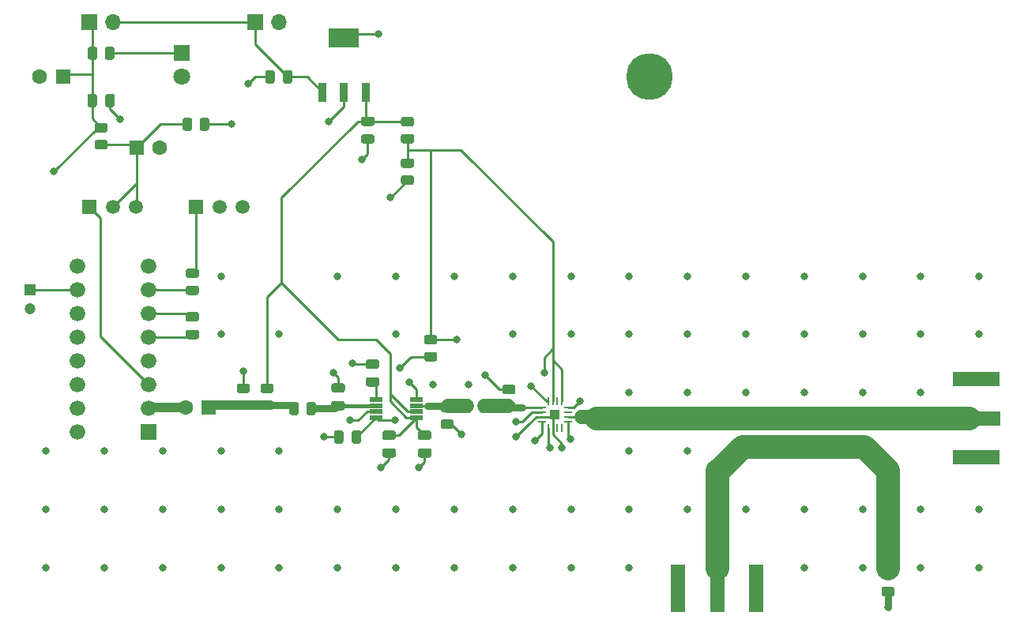
<source format=gbr>
%TF.GenerationSoftware,KiCad,Pcbnew,(5.1.8)-1*%
%TF.CreationDate,2021-03-17T23:27:18-07:00*%
%TF.ProjectId,coffee-vivaldi-tx,636f6666-6565-42d7-9669-76616c64692d,rev?*%
%TF.SameCoordinates,Original*%
%TF.FileFunction,Copper,L1,Top*%
%TF.FilePolarity,Positive*%
%FSLAX46Y46*%
G04 Gerber Fmt 4.6, Leading zero omitted, Abs format (unit mm)*
G04 Created by KiCad (PCBNEW (5.1.8)-1) date 2021-03-17 23:27:18*
%MOMM*%
%LPD*%
G01*
G04 APERTURE LIST*
%TA.AperFunction,ComponentPad*%
%ADD10C,1.676400*%
%TD*%
%TA.AperFunction,ComponentPad*%
%ADD11R,1.676400X1.676400*%
%TD*%
%TA.AperFunction,ComponentPad*%
%ADD12C,1.508000*%
%TD*%
%TA.AperFunction,ComponentPad*%
%ADD13R,1.508000X1.508000*%
%TD*%
%TA.AperFunction,SMDPad,CuDef*%
%ADD14R,1.420000X0.470000*%
%TD*%
%TA.AperFunction,SMDPad,CuDef*%
%ADD15R,1.100000X1.100000*%
%TD*%
%TA.AperFunction,SMDPad,CuDef*%
%ADD16R,0.840000X0.270000*%
%TD*%
%TA.AperFunction,SMDPad,CuDef*%
%ADD17R,0.270000X0.840000*%
%TD*%
%TA.AperFunction,ComponentPad*%
%ADD18R,1.600000X2.500000*%
%TD*%
%TA.AperFunction,SMDPad,CuDef*%
%ADD19R,1.500000X5.600000*%
%TD*%
%TA.AperFunction,ComponentPad*%
%ADD20R,2.500000X1.600000*%
%TD*%
%TA.AperFunction,SMDPad,CuDef*%
%ADD21R,5.600000X1.500000*%
%TD*%
%TA.AperFunction,ComponentPad*%
%ADD22O,1.700000X1.700000*%
%TD*%
%TA.AperFunction,ComponentPad*%
%ADD23R,1.700000X1.700000*%
%TD*%
%TA.AperFunction,ComponentPad*%
%ADD24R,1.800000X1.800000*%
%TD*%
%TA.AperFunction,ComponentPad*%
%ADD25C,1.800000*%
%TD*%
%TA.AperFunction,SMDPad,CuDef*%
%ADD26R,0.950000X2.150000*%
%TD*%
%TA.AperFunction,SMDPad,CuDef*%
%ADD27R,3.250000X2.150000*%
%TD*%
%TA.AperFunction,ComponentPad*%
%ADD28R,1.600000X1.600000*%
%TD*%
%TA.AperFunction,ComponentPad*%
%ADD29C,1.600000*%
%TD*%
%TA.AperFunction,ComponentPad*%
%ADD30R,1.200000X1.200000*%
%TD*%
%TA.AperFunction,ComponentPad*%
%ADD31C,1.200000*%
%TD*%
%TA.AperFunction,ViaPad*%
%ADD32C,0.800000*%
%TD*%
%TA.AperFunction,ViaPad*%
%ADD33C,5.000000*%
%TD*%
%TA.AperFunction,Conductor*%
%ADD34C,0.250000*%
%TD*%
%TA.AperFunction,Conductor*%
%ADD35C,0.800000*%
%TD*%
%TA.AperFunction,Conductor*%
%ADD36C,0.750000*%
%TD*%
%TA.AperFunction,Conductor*%
%ADD37C,0.400000*%
%TD*%
%TA.AperFunction,Conductor*%
%ADD38C,1.000000*%
%TD*%
%TA.AperFunction,Conductor*%
%ADD39C,1.500000*%
%TD*%
%TA.AperFunction,Conductor*%
%ADD40C,2.521590*%
%TD*%
G04 APERTURE END LIST*
%TO.P,C1,1*%
%TO.N,GND*%
%TA.AperFunction,SMDPad,CuDef*%
G36*
G01*
X140495000Y-103706000D02*
X141445000Y-103706000D01*
G75*
G02*
X141695000Y-103956000I0J-250000D01*
G01*
X141695000Y-104456000D01*
G75*
G02*
X141445000Y-104706000I-250000J0D01*
G01*
X140495000Y-104706000D01*
G75*
G02*
X140245000Y-104456000I0J250000D01*
G01*
X140245000Y-103956000D01*
G75*
G02*
X140495000Y-103706000I250000J0D01*
G01*
G37*
%TD.AperFunction*%
%TO.P,C1,2*%
%TO.N,Net-(C1-Pad2)*%
%TA.AperFunction,SMDPad,CuDef*%
G36*
G01*
X140495000Y-105606000D02*
X141445000Y-105606000D01*
G75*
G02*
X141695000Y-105856000I0J-250000D01*
G01*
X141695000Y-106356000D01*
G75*
G02*
X141445000Y-106606000I-250000J0D01*
G01*
X140495000Y-106606000D01*
G75*
G02*
X140245000Y-106356000I0J250000D01*
G01*
X140245000Y-105856000D01*
G75*
G02*
X140495000Y-105606000I250000J0D01*
G01*
G37*
%TD.AperFunction*%
%TD*%
%TO.P,C2,1*%
%TO.N,Net-(BT1-Pad2)*%
%TA.AperFunction,SMDPad,CuDef*%
G36*
G01*
X136070000Y-70391000D02*
X136070000Y-71341000D01*
G75*
G02*
X135820000Y-71591000I-250000J0D01*
G01*
X135320000Y-71591000D01*
G75*
G02*
X135070000Y-71341000I0J250000D01*
G01*
X135070000Y-70391000D01*
G75*
G02*
X135320000Y-70141000I250000J0D01*
G01*
X135820000Y-70141000D01*
G75*
G02*
X136070000Y-70391000I0J-250000D01*
G01*
G37*
%TD.AperFunction*%
%TO.P,C2,2*%
%TO.N,GND*%
%TA.AperFunction,SMDPad,CuDef*%
G36*
G01*
X134170000Y-70391000D02*
X134170000Y-71341000D01*
G75*
G02*
X133920000Y-71591000I-250000J0D01*
G01*
X133420000Y-71591000D01*
G75*
G02*
X133170000Y-71341000I0J250000D01*
G01*
X133170000Y-70391000D01*
G75*
G02*
X133420000Y-70141000I250000J0D01*
G01*
X133920000Y-70141000D01*
G75*
G02*
X134170000Y-70391000I0J-250000D01*
G01*
G37*
%TD.AperFunction*%
%TD*%
%TO.P,C3,1*%
%TO.N,5V_OUT*%
%TA.AperFunction,SMDPad,CuDef*%
G36*
G01*
X143670000Y-75131000D02*
X144620000Y-75131000D01*
G75*
G02*
X144870000Y-75381000I0J-250000D01*
G01*
X144870000Y-75881000D01*
G75*
G02*
X144620000Y-76131000I-250000J0D01*
G01*
X143670000Y-76131000D01*
G75*
G02*
X143420000Y-75881000I0J250000D01*
G01*
X143420000Y-75381000D01*
G75*
G02*
X143670000Y-75131000I250000J0D01*
G01*
G37*
%TD.AperFunction*%
%TO.P,C3,2*%
%TO.N,GND*%
%TA.AperFunction,SMDPad,CuDef*%
G36*
G01*
X143670000Y-77031000D02*
X144620000Y-77031000D01*
G75*
G02*
X144870000Y-77281000I0J-250000D01*
G01*
X144870000Y-77781000D01*
G75*
G02*
X144620000Y-78031000I-250000J0D01*
G01*
X143670000Y-78031000D01*
G75*
G02*
X143420000Y-77781000I0J250000D01*
G01*
X143420000Y-77281000D01*
G75*
G02*
X143670000Y-77031000I250000J0D01*
G01*
G37*
%TD.AperFunction*%
%TD*%
%TO.P,C4,2*%
%TO.N,Net-(C4-Pad2)*%
%TA.AperFunction,SMDPad,CuDef*%
G36*
G01*
X142436000Y-109949000D02*
X142436000Y-108999000D01*
G75*
G02*
X142686000Y-108749000I250000J0D01*
G01*
X143186000Y-108749000D01*
G75*
G02*
X143436000Y-108999000I0J-250000D01*
G01*
X143436000Y-109949000D01*
G75*
G02*
X143186000Y-110199000I-250000J0D01*
G01*
X142686000Y-110199000D01*
G75*
G02*
X142436000Y-109949000I0J250000D01*
G01*
G37*
%TD.AperFunction*%
%TO.P,C4,1*%
%TO.N,GND*%
%TA.AperFunction,SMDPad,CuDef*%
G36*
G01*
X140536000Y-109949000D02*
X140536000Y-108999000D01*
G75*
G02*
X140786000Y-108749000I250000J0D01*
G01*
X141286000Y-108749000D01*
G75*
G02*
X141536000Y-108999000I0J-250000D01*
G01*
X141536000Y-109949000D01*
G75*
G02*
X141286000Y-110199000I-250000J0D01*
G01*
X140786000Y-110199000D01*
G75*
G02*
X140536000Y-109949000I0J250000D01*
G01*
G37*
%TD.AperFunction*%
%TD*%
%TO.P,C6,2*%
%TO.N,GND*%
%TA.AperFunction,SMDPad,CuDef*%
G36*
G01*
X145128000Y-102166000D02*
X144178000Y-102166000D01*
G75*
G02*
X143928000Y-101916000I0J250000D01*
G01*
X143928000Y-101416000D01*
G75*
G02*
X144178000Y-101166000I250000J0D01*
G01*
X145128000Y-101166000D01*
G75*
G02*
X145378000Y-101416000I0J-250000D01*
G01*
X145378000Y-101916000D01*
G75*
G02*
X145128000Y-102166000I-250000J0D01*
G01*
G37*
%TD.AperFunction*%
%TO.P,C6,1*%
%TO.N,Net-(C6-Pad1)*%
%TA.AperFunction,SMDPad,CuDef*%
G36*
G01*
X145128000Y-104066000D02*
X144178000Y-104066000D01*
G75*
G02*
X143928000Y-103816000I0J250000D01*
G01*
X143928000Y-103316000D01*
G75*
G02*
X144178000Y-103066000I250000J0D01*
G01*
X145128000Y-103066000D01*
G75*
G02*
X145378000Y-103316000I0J-250000D01*
G01*
X145378000Y-103816000D01*
G75*
G02*
X145128000Y-104066000I-250000J0D01*
G01*
G37*
%TD.AperFunction*%
%TD*%
%TO.P,C9,1*%
%TO.N,Net-(C9-Pad1)*%
%TA.AperFunction,SMDPad,CuDef*%
G36*
G01*
X124874000Y-96086000D02*
X125824000Y-96086000D01*
G75*
G02*
X126074000Y-96336000I0J-250000D01*
G01*
X126074000Y-96836000D01*
G75*
G02*
X125824000Y-97086000I-250000J0D01*
G01*
X124874000Y-97086000D01*
G75*
G02*
X124624000Y-96836000I0J250000D01*
G01*
X124624000Y-96336000D01*
G75*
G02*
X124874000Y-96086000I250000J0D01*
G01*
G37*
%TD.AperFunction*%
%TO.P,C9,2*%
%TO.N,Net-(C9-Pad2)*%
%TA.AperFunction,SMDPad,CuDef*%
G36*
G01*
X124874000Y-97986000D02*
X125824000Y-97986000D01*
G75*
G02*
X126074000Y-98236000I0J-250000D01*
G01*
X126074000Y-98736000D01*
G75*
G02*
X125824000Y-98986000I-250000J0D01*
G01*
X124874000Y-98986000D01*
G75*
G02*
X124624000Y-98736000I0J250000D01*
G01*
X124624000Y-98236000D01*
G75*
G02*
X124874000Y-97986000I250000J0D01*
G01*
G37*
%TD.AperFunction*%
%TD*%
%TO.P,C10,2*%
%TO.N,12V_OUT*%
%TA.AperFunction,SMDPad,CuDef*%
G36*
G01*
X115120000Y-72931000D02*
X115120000Y-73881000D01*
G75*
G02*
X114870000Y-74131000I-250000J0D01*
G01*
X114370000Y-74131000D01*
G75*
G02*
X114120000Y-73881000I0J250000D01*
G01*
X114120000Y-72931000D01*
G75*
G02*
X114370000Y-72681000I250000J0D01*
G01*
X114870000Y-72681000D01*
G75*
G02*
X115120000Y-72931000I0J-250000D01*
G01*
G37*
%TD.AperFunction*%
%TO.P,C10,1*%
%TO.N,GND*%
%TA.AperFunction,SMDPad,CuDef*%
G36*
G01*
X117020000Y-72931000D02*
X117020000Y-73881000D01*
G75*
G02*
X116770000Y-74131000I-250000J0D01*
G01*
X116270000Y-74131000D01*
G75*
G02*
X116020000Y-73881000I0J250000D01*
G01*
X116020000Y-72931000D01*
G75*
G02*
X116270000Y-72681000I250000J0D01*
G01*
X116770000Y-72681000D01*
G75*
G02*
X117020000Y-72931000I0J-250000D01*
G01*
G37*
%TD.AperFunction*%
%TD*%
%TO.P,C11,1*%
%TO.N,GND*%
%TA.AperFunction,SMDPad,CuDef*%
G36*
G01*
X150716000Y-111686000D02*
X149766000Y-111686000D01*
G75*
G02*
X149516000Y-111436000I0J250000D01*
G01*
X149516000Y-110936000D01*
G75*
G02*
X149766000Y-110686000I250000J0D01*
G01*
X150716000Y-110686000D01*
G75*
G02*
X150966000Y-110936000I0J-250000D01*
G01*
X150966000Y-111436000D01*
G75*
G02*
X150716000Y-111686000I-250000J0D01*
G01*
G37*
%TD.AperFunction*%
%TO.P,C11,2*%
%TO.N,5V_OUT*%
%TA.AperFunction,SMDPad,CuDef*%
G36*
G01*
X150716000Y-109786000D02*
X149766000Y-109786000D01*
G75*
G02*
X149516000Y-109536000I0J250000D01*
G01*
X149516000Y-109036000D01*
G75*
G02*
X149766000Y-108786000I250000J0D01*
G01*
X150716000Y-108786000D01*
G75*
G02*
X150966000Y-109036000I0J-250000D01*
G01*
X150966000Y-109536000D01*
G75*
G02*
X150716000Y-109786000I-250000J0D01*
G01*
G37*
%TD.AperFunction*%
%TD*%
%TO.P,C12,2*%
%TO.N,5V_OUT*%
%TA.AperFunction,SMDPad,CuDef*%
G36*
G01*
X146906000Y-109786000D02*
X145956000Y-109786000D01*
G75*
G02*
X145706000Y-109536000I0J250000D01*
G01*
X145706000Y-109036000D01*
G75*
G02*
X145956000Y-108786000I250000J0D01*
G01*
X146906000Y-108786000D01*
G75*
G02*
X147156000Y-109036000I0J-250000D01*
G01*
X147156000Y-109536000D01*
G75*
G02*
X146906000Y-109786000I-250000J0D01*
G01*
G37*
%TD.AperFunction*%
%TO.P,C12,1*%
%TO.N,GND*%
%TA.AperFunction,SMDPad,CuDef*%
G36*
G01*
X146906000Y-111686000D02*
X145956000Y-111686000D01*
G75*
G02*
X145706000Y-111436000I0J250000D01*
G01*
X145706000Y-110936000D01*
G75*
G02*
X145956000Y-110686000I250000J0D01*
G01*
X146906000Y-110686000D01*
G75*
G02*
X147156000Y-110936000I0J-250000D01*
G01*
X147156000Y-111436000D01*
G75*
G02*
X146906000Y-111686000I-250000J0D01*
G01*
G37*
%TD.AperFunction*%
%TD*%
D10*
%TO.P,G1,16*%
%TO.N,Net-(G1-Pad16)*%
X113030000Y-108966000D03*
%TO.P,G1,15*%
%TO.N,Net-(G1-Pad15)*%
X113030000Y-106426000D03*
%TO.P,G1,14*%
%TO.N,Net-(G1-Pad14)*%
X113030000Y-103886000D03*
%TO.P,G1,13*%
%TO.N,Net-(G1-Pad13)*%
X113030000Y-101346000D03*
%TO.P,G1,12*%
%TO.N,GND*%
X113030000Y-98806000D03*
%TO.P,G1,11*%
%TO.N,Net-(G1-Pad11)*%
X113030000Y-96266000D03*
%TO.P,G1,10*%
%TO.N,Net-(C13-Pad1)*%
X113030000Y-93726000D03*
%TO.P,G1,9*%
%TO.N,Net-(G1-Pad9)*%
X113030000Y-91186000D03*
%TO.P,G1,8*%
%TO.N,Net-(G1-Pad8)*%
X120650000Y-91186000D03*
%TO.P,G1,7*%
%TO.N,Net-(G1-Pad7)*%
X120650000Y-93726000D03*
%TO.P,G1,6*%
%TO.N,Net-(C9-Pad1)*%
X120650000Y-96266000D03*
%TO.P,G1,5*%
%TO.N,Net-(C9-Pad2)*%
X120650000Y-98806000D03*
%TO.P,G1,4*%
%TO.N,12V_OUT*%
X120650000Y-101346000D03*
%TO.P,G1,3*%
%TO.N,Net-(G1-Pad3)*%
X120650000Y-103886000D03*
%TO.P,G1,2*%
%TO.N,Net-(C7-Pad2)*%
X120650000Y-106426000D03*
D11*
%TO.P,G1,1*%
%TO.N,GND*%
X120650000Y-108966000D03*
%TD*%
%TO.P,R1,1*%
%TO.N,12V_OUT*%
%TA.AperFunction,SMDPad,CuDef*%
G36*
G01*
X114145000Y-68776002D02*
X114145000Y-67875998D01*
G75*
G02*
X114394998Y-67626000I249998J0D01*
G01*
X114920002Y-67626000D01*
G75*
G02*
X115170000Y-67875998I0J-249998D01*
G01*
X115170000Y-68776002D01*
G75*
G02*
X114920002Y-69026000I-249998J0D01*
G01*
X114394998Y-69026000D01*
G75*
G02*
X114145000Y-68776002I0J249998D01*
G01*
G37*
%TD.AperFunction*%
%TO.P,R1,2*%
%TO.N,Net-(D1-Pad1)*%
%TA.AperFunction,SMDPad,CuDef*%
G36*
G01*
X115970000Y-68776002D02*
X115970000Y-67875998D01*
G75*
G02*
X116219998Y-67626000I249998J0D01*
G01*
X116745002Y-67626000D01*
G75*
G02*
X116995000Y-67875998I0J-249998D01*
G01*
X116995000Y-68776002D01*
G75*
G02*
X116745002Y-69026000I-249998J0D01*
G01*
X116219998Y-69026000D01*
G75*
G02*
X115970000Y-68776002I0J249998D01*
G01*
G37*
%TD.AperFunction*%
%TD*%
%TO.P,R3,1*%
%TO.N,RAMP_SIGNAL*%
%TA.AperFunction,SMDPad,CuDef*%
G36*
G01*
X135735000Y-106876002D02*
X135735000Y-105975998D01*
G75*
G02*
X135984998Y-105726000I249998J0D01*
G01*
X136510002Y-105726000D01*
G75*
G02*
X136760000Y-105975998I0J-249998D01*
G01*
X136760000Y-106876002D01*
G75*
G02*
X136510002Y-107126000I-249998J0D01*
G01*
X135984998Y-107126000D01*
G75*
G02*
X135735000Y-106876002I0J249998D01*
G01*
G37*
%TD.AperFunction*%
%TO.P,R3,2*%
%TO.N,Net-(C1-Pad2)*%
%TA.AperFunction,SMDPad,CuDef*%
G36*
G01*
X137560000Y-106876002D02*
X137560000Y-105975998D01*
G75*
G02*
X137809998Y-105726000I249998J0D01*
G01*
X138335002Y-105726000D01*
G75*
G02*
X138585000Y-105975998I0J-249998D01*
G01*
X138585000Y-106876002D01*
G75*
G02*
X138335002Y-107126000I-249998J0D01*
G01*
X137809998Y-107126000D01*
G75*
G02*
X137560000Y-106876002I0J249998D01*
G01*
G37*
%TD.AperFunction*%
%TD*%
%TO.P,R4,2*%
%TO.N,Net-(C4-Pad2)*%
%TA.AperFunction,SMDPad,CuDef*%
G36*
G01*
X150436915Y-100354458D02*
X151336919Y-100354458D01*
G75*
G02*
X151586917Y-100604456I0J-249998D01*
G01*
X151586917Y-101129460D01*
G75*
G02*
X151336919Y-101379458I-249998J0D01*
G01*
X150436915Y-101379458D01*
G75*
G02*
X150186917Y-101129460I0J249998D01*
G01*
X150186917Y-100604456D01*
G75*
G02*
X150436915Y-100354458I249998J0D01*
G01*
G37*
%TD.AperFunction*%
%TO.P,R4,1*%
%TO.N,3.6V_OUT*%
%TA.AperFunction,SMDPad,CuDef*%
G36*
G01*
X150436915Y-98529458D02*
X151336919Y-98529458D01*
G75*
G02*
X151586917Y-98779456I0J-249998D01*
G01*
X151586917Y-99304460D01*
G75*
G02*
X151336919Y-99554458I-249998J0D01*
G01*
X150436915Y-99554458D01*
G75*
G02*
X150186917Y-99304460I0J249998D01*
G01*
X150186917Y-98779456D01*
G75*
G02*
X150436915Y-98529458I249998J0D01*
G01*
G37*
%TD.AperFunction*%
%TD*%
%TO.P,R5,1*%
%TO.N,3.6V_OUT*%
%TA.AperFunction,SMDPad,CuDef*%
G36*
G01*
X148847526Y-78006000D02*
X147947522Y-78006000D01*
G75*
G02*
X147697524Y-77756002I0J249998D01*
G01*
X147697524Y-77230998D01*
G75*
G02*
X147947522Y-76981000I249998J0D01*
G01*
X148847526Y-76981000D01*
G75*
G02*
X149097524Y-77230998I0J-249998D01*
G01*
X149097524Y-77756002D01*
G75*
G02*
X148847526Y-78006000I-249998J0D01*
G01*
G37*
%TD.AperFunction*%
%TO.P,R5,2*%
%TO.N,5V_OUT*%
%TA.AperFunction,SMDPad,CuDef*%
G36*
G01*
X148847526Y-76181000D02*
X147947522Y-76181000D01*
G75*
G02*
X147697524Y-75931002I0J249998D01*
G01*
X147697524Y-75405998D01*
G75*
G02*
X147947522Y-75156000I249998J0D01*
G01*
X148847526Y-75156000D01*
G75*
G02*
X149097524Y-75405998I0J-249998D01*
G01*
X149097524Y-75931002D01*
G75*
G02*
X148847526Y-76181000I-249998J0D01*
G01*
G37*
%TD.AperFunction*%
%TD*%
%TO.P,R6,1*%
%TO.N,GND*%
%TA.AperFunction,SMDPad,CuDef*%
G36*
G01*
X148847526Y-82451000D02*
X147947522Y-82451000D01*
G75*
G02*
X147697524Y-82201002I0J249998D01*
G01*
X147697524Y-81675998D01*
G75*
G02*
X147947522Y-81426000I249998J0D01*
G01*
X148847526Y-81426000D01*
G75*
G02*
X149097524Y-81675998I0J-249998D01*
G01*
X149097524Y-82201002D01*
G75*
G02*
X148847526Y-82451000I-249998J0D01*
G01*
G37*
%TD.AperFunction*%
%TO.P,R6,2*%
%TO.N,3.6V_OUT*%
%TA.AperFunction,SMDPad,CuDef*%
G36*
G01*
X148847526Y-80626000D02*
X147947522Y-80626000D01*
G75*
G02*
X147697524Y-80376002I0J249998D01*
G01*
X147697524Y-79850998D01*
G75*
G02*
X147947522Y-79601000I249998J0D01*
G01*
X148847526Y-79601000D01*
G75*
G02*
X149097524Y-79850998I0J-249998D01*
G01*
X149097524Y-80376002D01*
G75*
G02*
X148847526Y-80626000I-249998J0D01*
G01*
G37*
%TD.AperFunction*%
%TD*%
%TO.P,R7,2*%
%TO.N,12V_OUT*%
%TA.AperFunction,SMDPad,CuDef*%
G36*
G01*
X116020002Y-76816000D02*
X115119998Y-76816000D01*
G75*
G02*
X114870000Y-76566002I0J249998D01*
G01*
X114870000Y-76040998D01*
G75*
G02*
X115119998Y-75791000I249998J0D01*
G01*
X116020002Y-75791000D01*
G75*
G02*
X116270000Y-76040998I0J-249998D01*
G01*
X116270000Y-76566002D01*
G75*
G02*
X116020002Y-76816000I-249998J0D01*
G01*
G37*
%TD.AperFunction*%
%TO.P,R7,1*%
%TO.N,Net-(C5-Pad1)*%
%TA.AperFunction,SMDPad,CuDef*%
G36*
G01*
X116020002Y-78641000D02*
X115119998Y-78641000D01*
G75*
G02*
X114870000Y-78391002I0J249998D01*
G01*
X114870000Y-77865998D01*
G75*
G02*
X115119998Y-77616000I249998J0D01*
G01*
X116020002Y-77616000D01*
G75*
G02*
X116270000Y-77865998I0J-249998D01*
G01*
X116270000Y-78391002D01*
G75*
G02*
X116020002Y-78641000I-249998J0D01*
G01*
G37*
%TD.AperFunction*%
%TD*%
%TO.P,R9,1*%
%TO.N,GND*%
%TA.AperFunction,SMDPad,CuDef*%
G36*
G01*
X127155000Y-75495998D02*
X127155000Y-76396002D01*
G75*
G02*
X126905002Y-76646000I-249998J0D01*
G01*
X126379998Y-76646000D01*
G75*
G02*
X126130000Y-76396002I0J249998D01*
G01*
X126130000Y-75495998D01*
G75*
G02*
X126379998Y-75246000I249998J0D01*
G01*
X126905002Y-75246000D01*
G75*
G02*
X127155000Y-75495998I0J-249998D01*
G01*
G37*
%TD.AperFunction*%
%TO.P,R9,2*%
%TO.N,Net-(C5-Pad1)*%
%TA.AperFunction,SMDPad,CuDef*%
G36*
G01*
X125330000Y-75495998D02*
X125330000Y-76396002D01*
G75*
G02*
X125080002Y-76646000I-249998J0D01*
G01*
X124554998Y-76646000D01*
G75*
G02*
X124305000Y-76396002I0J249998D01*
G01*
X124305000Y-75495998D01*
G75*
G02*
X124554998Y-75246000I249998J0D01*
G01*
X125080002Y-75246000D01*
G75*
G02*
X125330000Y-75495998I0J-249998D01*
G01*
G37*
%TD.AperFunction*%
%TD*%
%TO.P,R10,2*%
%TO.N,GND*%
%TA.AperFunction,SMDPad,CuDef*%
G36*
G01*
X131260002Y-104756000D02*
X130359998Y-104756000D01*
G75*
G02*
X130110000Y-104506002I0J249998D01*
G01*
X130110000Y-103980998D01*
G75*
G02*
X130359998Y-103731000I249998J0D01*
G01*
X131260002Y-103731000D01*
G75*
G02*
X131510000Y-103980998I0J-249998D01*
G01*
X131510000Y-104506002D01*
G75*
G02*
X131260002Y-104756000I-249998J0D01*
G01*
G37*
%TD.AperFunction*%
%TO.P,R10,1*%
%TO.N,RAMP_SIGNAL*%
%TA.AperFunction,SMDPad,CuDef*%
G36*
G01*
X131260002Y-106581000D02*
X130359998Y-106581000D01*
G75*
G02*
X130110000Y-106331002I0J249998D01*
G01*
X130110000Y-105805998D01*
G75*
G02*
X130359998Y-105556000I249998J0D01*
G01*
X131260002Y-105556000D01*
G75*
G02*
X131510000Y-105805998I0J-249998D01*
G01*
X131510000Y-106331002D01*
G75*
G02*
X131260002Y-106581000I-249998J0D01*
G01*
G37*
%TD.AperFunction*%
%TD*%
%TO.P,R11,1*%
%TO.N,5V_OUT*%
%TA.AperFunction,SMDPad,CuDef*%
G36*
G01*
X132899998Y-103731000D02*
X133800002Y-103731000D01*
G75*
G02*
X134050000Y-103980998I0J-249998D01*
G01*
X134050000Y-104506002D01*
G75*
G02*
X133800002Y-104756000I-249998J0D01*
G01*
X132899998Y-104756000D01*
G75*
G02*
X132650000Y-104506002I0J249998D01*
G01*
X132650000Y-103980998D01*
G75*
G02*
X132899998Y-103731000I249998J0D01*
G01*
G37*
%TD.AperFunction*%
%TO.P,R11,2*%
%TO.N,RAMP_SIGNAL*%
%TA.AperFunction,SMDPad,CuDef*%
G36*
G01*
X132899998Y-105556000D02*
X133800002Y-105556000D01*
G75*
G02*
X134050000Y-105805998I0J-249998D01*
G01*
X134050000Y-106331002D01*
G75*
G02*
X133800002Y-106581000I-249998J0D01*
G01*
X132899998Y-106581000D01*
G75*
G02*
X132650000Y-106331002I0J249998D01*
G01*
X132650000Y-105805998D01*
G75*
G02*
X132899998Y-105556000I249998J0D01*
G01*
G37*
%TD.AperFunction*%
%TD*%
%TO.P,R12,1*%
%TO.N,Net-(R12-Pad1)*%
%TA.AperFunction,SMDPad,CuDef*%
G36*
G01*
X152203998Y-105763000D02*
X153104002Y-105763000D01*
G75*
G02*
X153354000Y-106012998I0J-249998D01*
G01*
X153354000Y-106538002D01*
G75*
G02*
X153104002Y-106788000I-249998J0D01*
G01*
X152203998Y-106788000D01*
G75*
G02*
X151954000Y-106538002I0J249998D01*
G01*
X151954000Y-106012998D01*
G75*
G02*
X152203998Y-105763000I249998J0D01*
G01*
G37*
%TD.AperFunction*%
%TO.P,R12,2*%
%TO.N,GND*%
%TA.AperFunction,SMDPad,CuDef*%
G36*
G01*
X152203998Y-107588000D02*
X153104002Y-107588000D01*
G75*
G02*
X153354000Y-107837998I0J-249998D01*
G01*
X153354000Y-108363002D01*
G75*
G02*
X153104002Y-108613000I-249998J0D01*
G01*
X152203998Y-108613000D01*
G75*
G02*
X151954000Y-108363002I0J249998D01*
G01*
X151954000Y-107837998D01*
G75*
G02*
X152203998Y-107588000I249998J0D01*
G01*
G37*
%TD.AperFunction*%
%TD*%
%TO.P,R13,2*%
%TO.N,Net-(R12-Pad1)*%
%TA.AperFunction,SMDPad,CuDef*%
G36*
G01*
X155302000Y-105721998D02*
X155302000Y-106622002D01*
G75*
G02*
X155052002Y-106872000I-249998J0D01*
G01*
X154526998Y-106872000D01*
G75*
G02*
X154277000Y-106622002I0J249998D01*
G01*
X154277000Y-105721998D01*
G75*
G02*
X154526998Y-105472000I249998J0D01*
G01*
X155052002Y-105472000D01*
G75*
G02*
X155302000Y-105721998I0J-249998D01*
G01*
G37*
%TD.AperFunction*%
%TO.P,R13,1*%
%TO.N,Net-(R13-Pad1)*%
%TA.AperFunction,SMDPad,CuDef*%
G36*
G01*
X157127000Y-105721998D02*
X157127000Y-106622002D01*
G75*
G02*
X156877002Y-106872000I-249998J0D01*
G01*
X156351998Y-106872000D01*
G75*
G02*
X156102000Y-106622002I0J249998D01*
G01*
X156102000Y-105721998D01*
G75*
G02*
X156351998Y-105472000I249998J0D01*
G01*
X156877002Y-105472000D01*
G75*
G02*
X157127000Y-105721998I0J-249998D01*
G01*
G37*
%TD.AperFunction*%
%TD*%
%TO.P,R14,2*%
%TO.N,Net-(R14-Pad2)*%
%TA.AperFunction,SMDPad,CuDef*%
G36*
G01*
X125799002Y-92437000D02*
X124898998Y-92437000D01*
G75*
G02*
X124649000Y-92187002I0J249998D01*
G01*
X124649000Y-91661998D01*
G75*
G02*
X124898998Y-91412000I249998J0D01*
G01*
X125799002Y-91412000D01*
G75*
G02*
X126049000Y-91661998I0J-249998D01*
G01*
X126049000Y-92187002D01*
G75*
G02*
X125799002Y-92437000I-249998J0D01*
G01*
G37*
%TD.AperFunction*%
%TO.P,R14,1*%
%TO.N,Net-(G1-Pad7)*%
%TA.AperFunction,SMDPad,CuDef*%
G36*
G01*
X125799002Y-94262000D02*
X124898998Y-94262000D01*
G75*
G02*
X124649000Y-94012002I0J249998D01*
G01*
X124649000Y-93486998D01*
G75*
G02*
X124898998Y-93237000I249998J0D01*
G01*
X125799002Y-93237000D01*
G75*
G02*
X126049000Y-93486998I0J-249998D01*
G01*
X126049000Y-94012002D01*
G75*
G02*
X125799002Y-94262000I-249998J0D01*
G01*
G37*
%TD.AperFunction*%
%TD*%
%TO.P,R15,2*%
%TO.N,GND*%
%TA.AperFunction,SMDPad,CuDef*%
G36*
G01*
X159708002Y-104883000D02*
X158807998Y-104883000D01*
G75*
G02*
X158558000Y-104633002I0J249998D01*
G01*
X158558000Y-104107998D01*
G75*
G02*
X158807998Y-103858000I249998J0D01*
G01*
X159708002Y-103858000D01*
G75*
G02*
X159958000Y-104107998I0J-249998D01*
G01*
X159958000Y-104633002D01*
G75*
G02*
X159708002Y-104883000I-249998J0D01*
G01*
G37*
%TD.AperFunction*%
%TO.P,R15,1*%
%TO.N,Net-(R13-Pad1)*%
%TA.AperFunction,SMDPad,CuDef*%
G36*
G01*
X159708002Y-106708000D02*
X158807998Y-106708000D01*
G75*
G02*
X158558000Y-106458002I0J249998D01*
G01*
X158558000Y-105932998D01*
G75*
G02*
X158807998Y-105683000I249998J0D01*
G01*
X159708002Y-105683000D01*
G75*
G02*
X159958000Y-105932998I0J-249998D01*
G01*
X159958000Y-106458002D01*
G75*
G02*
X159708002Y-106708000I-249998J0D01*
G01*
G37*
%TD.AperFunction*%
%TD*%
D12*
%TO.P,RV2,3*%
%TO.N,Net-(C5-Pad1)*%
X119340000Y-84836000D03*
%TO.P,RV2,2*%
X116840000Y-84836000D03*
D13*
%TO.P,RV2,1*%
%TO.N,Net-(G1-Pad3)*%
X114340000Y-84836000D03*
%TD*%
%TO.P,RV3,1*%
%TO.N,Net-(R14-Pad2)*%
X125770000Y-84836000D03*
D12*
%TO.P,RV3,2*%
%TO.N,GND*%
X128270000Y-84836000D03*
%TO.P,RV3,3*%
X130770000Y-84836000D03*
%TD*%
D14*
%TO.P,U1,8*%
%TO.N,GND*%
X149358000Y-105451000D03*
%TO.P,U1,7*%
%TO.N,Net-(R12-Pad1)*%
X149358000Y-106101000D03*
%TO.P,U1,6*%
%TO.N,5V_OUT*%
X149358000Y-106751000D03*
%TO.P,U1,5*%
X149358000Y-107401000D03*
%TO.P,U1,4*%
%TO.N,Net-(C4-Pad2)*%
X145028000Y-107401000D03*
%TO.P,U1,3*%
%TO.N,GND*%
X145028000Y-106751000D03*
%TO.P,U1,2*%
%TO.N,Net-(C1-Pad2)*%
X145028000Y-106101000D03*
%TO.P,U1,1*%
%TO.N,Net-(C6-Pad1)*%
X145028000Y-105451000D03*
%TD*%
D15*
%TO.P,U2,17*%
%TO.N,GND*%
X164211000Y-107061000D03*
D16*
%TO.P,U2,12*%
X165646000Y-106311000D03*
%TO.P,U2,11*%
%TO.N,Net-(U2-Pad11)*%
X165646000Y-106811000D03*
%TO.P,U2,10*%
%TO.N,RF_OUT1*%
X165646000Y-107311000D03*
%TO.P,U2,9*%
%TO.N,GND*%
X165646000Y-107811000D03*
%TO.P,U2,4*%
%TO.N,3.6V_OUT*%
X162776000Y-107811000D03*
%TO.P,U2,3*%
%TO.N,GND*%
X162776000Y-107311000D03*
%TO.P,U2,2*%
%TO.N,3.6V_OUT*%
X162776000Y-106811000D03*
%TO.P,U2,1*%
%TO.N,Net-(R13-Pad1)*%
X162776000Y-106311000D03*
D17*
%TO.P,U2,16*%
%TO.N,GND*%
X163461000Y-105626000D03*
%TO.P,U2,15*%
%TO.N,3.6V_OUT*%
X163961000Y-105626000D03*
%TO.P,U2,14*%
%TO.N,Net-(U2-Pad14)*%
X164461000Y-105626000D03*
%TO.P,U2,13*%
%TO.N,3.6V_OUT*%
X164961000Y-105626000D03*
%TO.P,U2,8*%
%TO.N,Net-(U2-Pad8)*%
X164961000Y-108496000D03*
%TO.P,U2,7*%
%TO.N,Net-(U2-Pad7)*%
X164461000Y-108496000D03*
%TO.P,U2,6*%
%TO.N,GND*%
X163961000Y-108496000D03*
%TO.P,U2,5*%
X163461000Y-108496000D03*
%TD*%
D18*
%TO.P,U3,3*%
%TO.N,GND*%
X185783864Y-124443194D03*
X185783864Y-126943194D03*
%TO.P,U3,1*%
X177383864Y-124443194D03*
D19*
%TO.P,U3,2*%
%TO.N,COUPLER_SIGNAL*%
X181583864Y-125443194D03*
D18*
%TO.P,U3,1*%
%TO.N,GND*%
X177383864Y-126943194D03*
%TD*%
D20*
%TO.P,U4,1*%
%TO.N,GND*%
X210599118Y-111681376D03*
D21*
%TO.P,U4,2*%
%TO.N,RF_OUT1*%
X209099118Y-107481376D03*
D20*
%TO.P,U4,1*%
%TO.N,GND*%
X208099118Y-111681376D03*
%TO.P,U4,3*%
X210599118Y-103281376D03*
X208099118Y-103281376D03*
%TD*%
D22*
%TO.P,BT1,2*%
%TO.N,Net-(BT1-Pad2)*%
X116840000Y-65024000D03*
D23*
%TO.P,BT1,1*%
%TO.N,12V_OUT*%
X114300000Y-65024000D03*
%TD*%
%TO.P,BT2,1*%
%TO.N,Net-(BT1-Pad2)*%
X132080000Y-65024000D03*
D22*
%TO.P,BT2,2*%
%TO.N,GND*%
X134620000Y-65024000D03*
%TD*%
D24*
%TO.P,D1,1*%
%TO.N,Net-(D1-Pad1)*%
X124206000Y-68326000D03*
D25*
%TO.P,D1,2*%
%TO.N,GND*%
X124206000Y-70866000D03*
%TD*%
D26*
%TO.P,VR1,1*%
%TO.N,Net-(BT1-Pad2)*%
X139305000Y-72496000D03*
%TO.P,VR1,2*%
%TO.N,GND*%
X141605000Y-72496000D03*
%TO.P,VR1,3*%
%TO.N,5V_OUT*%
X143905000Y-72496000D03*
D27*
%TO.P,VR1,4*%
%TO.N,GND*%
X141605000Y-66696000D03*
%TD*%
D28*
%TO.P,C5,1*%
%TO.N,Net-(C5-Pad1)*%
X119380000Y-78486000D03*
D29*
%TO.P,C5,2*%
%TO.N,GND*%
X121880000Y-78486000D03*
%TD*%
%TO.P,C7,2*%
%TO.N,Net-(C7-Pad2)*%
X124627000Y-106299000D03*
D28*
%TO.P,C7,1*%
%TO.N,RAMP_SIGNAL*%
X127127000Y-106299000D03*
%TD*%
%TO.P,C8,1*%
%TO.N,12V_OUT*%
X111506000Y-70866000D03*
D29*
%TO.P,C8,2*%
%TO.N,GND*%
X109006000Y-70866000D03*
%TD*%
D30*
%TO.P,C13,1*%
%TO.N,Net-(C13-Pad1)*%
X107950000Y-93726000D03*
D31*
%TO.P,C13,2*%
%TO.N,GND*%
X107950000Y-95726000D03*
%TD*%
%TO.P,R16,1*%
%TO.N,COUPLER_SIGNAL*%
%TA.AperFunction,SMDPad,CuDef*%
G36*
G01*
X199438014Y-123705151D02*
X200338018Y-123705151D01*
G75*
G02*
X200588016Y-123955149I0J-249998D01*
G01*
X200588016Y-124480153D01*
G75*
G02*
X200338018Y-124730151I-249998J0D01*
G01*
X199438014Y-124730151D01*
G75*
G02*
X199188016Y-124480153I0J249998D01*
G01*
X199188016Y-123955149D01*
G75*
G02*
X199438014Y-123705151I249998J0D01*
G01*
G37*
%TD.AperFunction*%
%TO.P,R16,2*%
%TO.N,GND*%
%TA.AperFunction,SMDPad,CuDef*%
G36*
G01*
X199438014Y-125530151D02*
X200338018Y-125530151D01*
G75*
G02*
X200588016Y-125780149I0J-249998D01*
G01*
X200588016Y-126305153D01*
G75*
G02*
X200338018Y-126555151I-249998J0D01*
G01*
X199438014Y-126555151D01*
G75*
G02*
X199188016Y-126305153I0J249998D01*
G01*
X199188016Y-125780149D01*
G75*
G02*
X199438014Y-125530151I249998J0D01*
G01*
G37*
%TD.AperFunction*%
%TD*%
D32*
%TO.N,GND*%
X145288000Y-66294000D03*
X140462000Y-102616000D03*
X142494000Y-101600000D03*
X139446000Y-109474000D03*
X145542000Y-112776000D03*
X149606000Y-112776000D03*
X161671000Y-104013000D03*
X154178000Y-109220000D03*
X160020000Y-109474000D03*
X163703000Y-110617000D03*
X164973000Y-110617000D03*
X165862000Y-109728000D03*
X166878000Y-105664000D03*
X143510000Y-79756000D03*
X139954000Y-75692000D03*
X131318000Y-71628000D03*
X148590000Y-103632000D03*
X129540000Y-75946000D03*
X130810000Y-102384864D03*
D33*
X174360000Y-70866000D03*
D32*
X154940000Y-103886000D03*
X151130000Y-103886000D03*
X142240000Y-107696000D03*
X172160000Y-104726000D03*
X178410000Y-104726000D03*
X184660000Y-104726000D03*
X190910000Y-104726000D03*
X197160000Y-104726000D03*
X203410000Y-104726000D03*
X197160000Y-98476000D03*
X203410000Y-98476000D03*
X190910000Y-98476000D03*
X184660000Y-98476000D03*
X178410000Y-98476000D03*
X172160000Y-98476000D03*
X165910000Y-98476000D03*
X165910000Y-92226000D03*
X172160000Y-92226000D03*
X178410000Y-92226000D03*
X184660000Y-92226000D03*
X190910000Y-92226000D03*
X197160000Y-92226000D03*
X203410000Y-92226000D03*
X209660000Y-92226000D03*
X209660000Y-98476000D03*
X203410000Y-117226000D03*
X209660000Y-117226000D03*
X209660000Y-123476000D03*
X203410000Y-123476000D03*
X197160000Y-117226000D03*
X190910000Y-117226000D03*
X197160000Y-123476000D03*
X190910000Y-123476000D03*
X184660000Y-117226000D03*
X178410000Y-110976000D03*
X178410000Y-117226000D03*
X172160000Y-117226000D03*
X172160000Y-110976000D03*
X165910000Y-117226000D03*
X172160000Y-123476000D03*
X165910000Y-123476000D03*
X153410000Y-92226000D03*
X159660000Y-92226000D03*
X159660000Y-98476000D03*
X140910000Y-92226000D03*
X147160000Y-92226000D03*
X147160000Y-98476000D03*
X159660000Y-117226000D03*
X159660000Y-123476000D03*
X153410000Y-123476000D03*
X153410000Y-117226000D03*
X147160000Y-117226000D03*
X147160000Y-123476000D03*
X140910000Y-123476000D03*
X140910000Y-117226000D03*
X134660000Y-117226000D03*
X134660000Y-123476000D03*
X134660000Y-110976000D03*
X128410000Y-110976000D03*
X128410000Y-117226000D03*
X128410000Y-123476000D03*
X128410000Y-98476000D03*
X128410000Y-92226000D03*
X122160000Y-117226000D03*
X122160000Y-123476000D03*
X115910000Y-123476000D03*
X115910000Y-117226000D03*
X109660000Y-117226000D03*
X109660000Y-123476000D03*
X109660000Y-110976000D03*
X115910000Y-110976000D03*
X122160000Y-110976000D03*
X134660000Y-98476000D03*
X117619921Y-75365172D03*
X156718000Y-102870000D03*
X199898000Y-127762000D03*
X146558000Y-83820000D03*
%TO.N,Net-(C4-Pad2)*%
X147574000Y-102108000D03*
X147066000Y-107696000D03*
%TO.N,12V_OUT*%
X110490000Y-81026000D03*
%TO.N,3.6V_OUT*%
X153670000Y-99060000D03*
X160020000Y-107823000D03*
X163068000Y-102616000D03*
X162052000Y-109855000D03*
%TD*%
D34*
%TO.N,GND*%
X140970000Y-103124000D02*
X140462000Y-102616000D01*
X140970000Y-104206000D02*
X140970000Y-103124000D01*
X142560000Y-101666000D02*
X142494000Y-101600000D01*
X144653000Y-101666000D02*
X142560000Y-101666000D01*
X141036000Y-109474000D02*
X139446000Y-109474000D01*
X146431000Y-111887000D02*
X145542000Y-112776000D01*
X146431000Y-111186000D02*
X146431000Y-111887000D01*
X150241000Y-112141000D02*
X149606000Y-112776000D01*
X150241000Y-111186000D02*
X150241000Y-112141000D01*
X153058500Y-108100500D02*
X154178000Y-109220000D01*
X152654000Y-108100500D02*
X153058500Y-108100500D01*
X162183000Y-107311000D02*
X161290000Y-108204000D01*
X162776000Y-107311000D02*
X162183000Y-107311000D01*
X165646000Y-109512000D02*
X165862000Y-109728000D01*
X165646000Y-107811000D02*
X165646000Y-109512000D01*
X166231000Y-106311000D02*
X166878000Y-105664000D01*
X165646000Y-106311000D02*
X166231000Y-106311000D01*
X144145000Y-79121000D02*
X143510000Y-79756000D01*
X144145000Y-77531000D02*
X144145000Y-79121000D01*
X141605000Y-74041000D02*
X139954000Y-75692000D01*
X141605000Y-72496000D02*
X141605000Y-74041000D01*
X132080000Y-70866000D02*
X131318000Y-71628000D01*
X133670000Y-70866000D02*
X132080000Y-70866000D01*
X149358000Y-104400000D02*
X148590000Y-103632000D01*
X149358000Y-105451000D02*
X149358000Y-104400000D01*
X126642500Y-75946000D02*
X129540000Y-75946000D01*
X144068000Y-106751000D02*
X143123000Y-107696000D01*
X145028000Y-106751000D02*
X144068000Y-106751000D01*
X143123000Y-107696000D02*
X142240000Y-107696000D01*
X116520000Y-74265251D02*
X117619921Y-75365172D01*
X116520000Y-73406000D02*
X116520000Y-74265251D01*
X161290000Y-108204000D02*
X160020000Y-109474000D01*
X130810000Y-102384864D02*
X130810000Y-104243500D01*
X159258000Y-104370500D02*
X159258000Y-104267000D01*
X163284000Y-105626000D02*
X161671000Y-104013000D01*
X163461000Y-105626000D02*
X163284000Y-105626000D01*
X158218500Y-104370500D02*
X156718000Y-102870000D01*
X159258000Y-104370500D02*
X158218500Y-104370500D01*
X164973000Y-110178000D02*
X164973000Y-110617000D01*
X163961000Y-109166000D02*
X164973000Y-110178000D01*
X163961000Y-108496000D02*
X163961000Y-109166000D01*
X163461000Y-110375000D02*
X163703000Y-110617000D01*
X163461000Y-108496000D02*
X163461000Y-110375000D01*
X199888016Y-127752016D02*
X199898000Y-127762000D01*
D35*
X199888016Y-126042651D02*
X199888016Y-127752016D01*
D34*
X163961000Y-107311000D02*
X162776000Y-107311000D01*
X163961000Y-107311000D02*
X163961000Y-108496000D01*
X164211000Y-107061000D02*
X163961000Y-107311000D01*
X142007000Y-66294000D02*
X141605000Y-66696000D01*
X145288000Y-66294000D02*
X142007000Y-66294000D01*
X148397524Y-81980476D02*
X146558000Y-83820000D01*
X148397524Y-81938500D02*
X148397524Y-81980476D01*
%TO.N,Net-(C1-Pad2)*%
X140650000Y-106426000D02*
X140970000Y-106106000D01*
D36*
X138072500Y-106426000D02*
X140650000Y-106426000D01*
D34*
X140975000Y-106101000D02*
X140970000Y-106106000D01*
D37*
X145028000Y-106101000D02*
X140975000Y-106101000D01*
D34*
%TO.N,Net-(BT1-Pad2)*%
X137675000Y-70866000D02*
X139305000Y-72496000D01*
X135570000Y-70866000D02*
X137675000Y-70866000D01*
X132080000Y-65024000D02*
X132080000Y-65786000D01*
X132080000Y-67376000D02*
X135570000Y-70866000D01*
X132080000Y-65024000D02*
X132080000Y-67376000D01*
X132080000Y-65024000D02*
X116840000Y-65024000D01*
%TO.N,Net-(C4-Pad2)*%
X148693500Y-100988500D02*
X147574000Y-102108000D01*
X145323000Y-107696000D02*
X145028000Y-107401000D01*
X147066000Y-107696000D02*
X145323000Y-107696000D01*
X145009000Y-107401000D02*
X142936000Y-109474000D01*
X145028000Y-107401000D02*
X145009000Y-107401000D01*
X148815042Y-100866958D02*
X147574000Y-102108000D01*
X150886917Y-100866958D02*
X148815042Y-100866958D01*
%TO.N,Net-(C6-Pad1)*%
X145028000Y-103941000D02*
X144653000Y-103566000D01*
X145028000Y-105451000D02*
X145028000Y-103941000D01*
%TO.N,Net-(C7-Pad2)*%
X120777000Y-106299000D02*
X120650000Y-106426000D01*
D38*
X124627000Y-106299000D02*
X120777000Y-106299000D01*
D34*
%TO.N,RAMP_SIGNAL*%
X135890000Y-106068500D02*
X136247500Y-106426000D01*
D36*
X133350000Y-106068500D02*
X135890000Y-106068500D01*
D38*
X133350000Y-106068500D02*
X130810000Y-106068500D01*
D34*
X127357500Y-106068500D02*
X127127000Y-106299000D01*
D38*
X130810000Y-106068500D02*
X127357500Y-106068500D01*
D34*
%TO.N,Net-(C9-Pad1)*%
X125029000Y-96266000D02*
X125349000Y-96586000D01*
X120650000Y-96266000D02*
X125029000Y-96266000D01*
%TO.N,Net-(C9-Pad2)*%
X125029000Y-98806000D02*
X125349000Y-98486000D01*
X120650000Y-98806000D02*
X125029000Y-98806000D01*
%TO.N,Net-(D1-Pad1)*%
X116482500Y-68326000D02*
X116840000Y-68326000D01*
X116482500Y-68326000D02*
X124206000Y-68326000D01*
%TO.N,Net-(G1-Pad7)*%
X125325500Y-93726000D02*
X125349000Y-93749500D01*
X120650000Y-93726000D02*
X125325500Y-93726000D01*
%TO.N,Net-(G1-Pad3)*%
X118110000Y-101346000D02*
X120650000Y-103886000D01*
X115479999Y-85975999D02*
X114340000Y-84836000D01*
X115479999Y-98715999D02*
X115479999Y-85975999D01*
X120650000Y-103886000D02*
X115479999Y-98715999D01*
%TO.N,12V_OUT*%
X114620000Y-75353500D02*
X115570000Y-76303500D01*
X114657500Y-73368500D02*
X114620000Y-73406000D01*
X115212500Y-76303500D02*
X115570000Y-76303500D01*
X110490000Y-81026000D02*
X115212500Y-76303500D01*
X114300000Y-67968500D02*
X114657500Y-68326000D01*
X114657500Y-68326000D02*
X114657500Y-65381500D01*
X114620000Y-73406000D02*
X114620000Y-75353500D01*
X114620000Y-68363500D02*
X114657500Y-68326000D01*
X114620000Y-69916000D02*
X114620000Y-68363500D01*
X114620000Y-70546000D02*
X111826000Y-70546000D01*
X111826000Y-70546000D02*
X111506000Y-70866000D01*
X114620000Y-73406000D02*
X114620000Y-70546000D01*
X114620000Y-70546000D02*
X114620000Y-69916000D01*
%TO.N,3.6V_OUT*%
X153651958Y-99041958D02*
X153670000Y-99060000D01*
X150886917Y-99041958D02*
X153651958Y-99041958D01*
X160167318Y-107823000D02*
X160020000Y-107823000D01*
X162776000Y-106845000D02*
X162770001Y-106850999D01*
X162776000Y-106811000D02*
X162776000Y-106845000D01*
X162776000Y-106811000D02*
X161675000Y-106811000D01*
X160663000Y-107823000D02*
X160020000Y-107823000D01*
X161675000Y-106811000D02*
X160663000Y-107823000D01*
X163961000Y-105626000D02*
X163961000Y-101223000D01*
X164961000Y-102223000D02*
X163961000Y-101223000D01*
X164961000Y-105626000D02*
X164961000Y-102223000D01*
X148397524Y-78932476D02*
X148397524Y-80113500D01*
X162776000Y-109131000D02*
X162052000Y-109855000D01*
X162776000Y-107811000D02*
X162776000Y-109131000D01*
X163961000Y-100080000D02*
X163953000Y-100080000D01*
X163961000Y-101223000D02*
X163961000Y-100080000D01*
X163068000Y-100965000D02*
X163068000Y-102616000D01*
X163953000Y-100080000D02*
X163068000Y-100965000D01*
X148397524Y-77493500D02*
X148397524Y-78678476D01*
X148397524Y-78678476D02*
X148397524Y-78932476D01*
X150886917Y-99041958D02*
X150886917Y-78729083D01*
X163961000Y-99437000D02*
X163961000Y-100080000D01*
X163961000Y-88515000D02*
X163961000Y-99437000D01*
X154124476Y-78678476D02*
X163961000Y-88515000D01*
X148397524Y-78678476D02*
X154124476Y-78678476D01*
D39*
%TO.N,Net-(R12-Pad1)*%
X154789500Y-106172000D02*
X152757500Y-106172000D01*
D34*
X149358000Y-106101000D02*
X150551000Y-106101000D01*
D35*
X151956216Y-106101000D02*
X150551000Y-106101000D01*
D34*
%TO.N,Net-(R13-Pad1)*%
X160689500Y-106275500D02*
X160725000Y-106311000D01*
D35*
X159258000Y-106275500D02*
X160689500Y-106275500D01*
D34*
X162776000Y-106311000D02*
X160725000Y-106311000D01*
D39*
X156614500Y-106172000D02*
X159154500Y-106172000D01*
D34*
%TO.N,Net-(R14-Pad2)*%
X125770000Y-91503500D02*
X125349000Y-91924500D01*
X125770000Y-84836000D02*
X125770000Y-91503500D01*
D40*
%TO.N,COUPLER_SIGNAL*%
X199921000Y-113091000D02*
X199861000Y-113091000D01*
X181781000Y-113091000D02*
X184321000Y-110551000D01*
X199861000Y-113091000D02*
X197321000Y-110551000D01*
X181611000Y-113091000D02*
X181781000Y-113091000D01*
X197321000Y-110551000D02*
X184321000Y-110551000D01*
D34*
X199921000Y-116921233D02*
X199926048Y-116926281D01*
X199861000Y-123585952D02*
X199926048Y-123651000D01*
D40*
X199861000Y-113091000D02*
X199861000Y-123585952D01*
D34*
X181587333Y-113284667D02*
X181781000Y-113091000D01*
D40*
X181587333Y-123585952D02*
X181587333Y-113284667D01*
%TO.N,RF_OUT1*%
X168646000Y-107471000D02*
X208621000Y-107471000D01*
D34*
X166316000Y-107311000D02*
X166610000Y-107309414D01*
X165646000Y-107311000D02*
X166316000Y-107311000D01*
D35*
X166610000Y-107309414D02*
X167010000Y-107309414D01*
D34*
X168484414Y-107309414D02*
X168486000Y-107311000D01*
D39*
X167010000Y-107309414D02*
X168484414Y-107309414D01*
D34*
%TO.N,5V_OUT*%
X143905000Y-75866000D02*
X143825000Y-75946000D01*
X143905000Y-72496000D02*
X143905000Y-75866000D01*
X148360024Y-75631000D02*
X148397524Y-75668500D01*
X144145000Y-75631000D02*
X148360024Y-75631000D01*
X149358000Y-107401000D02*
X148295000Y-107401000D01*
X148295000Y-107401000D02*
X146558000Y-105664000D01*
X140970000Y-99060000D02*
X134874000Y-92964000D01*
X145034000Y-99060000D02*
X140970000Y-99060000D01*
X146558000Y-100584000D02*
X145034000Y-99060000D01*
X146558000Y-104911000D02*
X146558000Y-104648000D01*
X148398000Y-106751000D02*
X146558000Y-104911000D01*
X149358000Y-106751000D02*
X148398000Y-106751000D01*
X146558000Y-104648000D02*
X146558000Y-100584000D01*
X146558000Y-105664000D02*
X146558000Y-104648000D01*
X149358000Y-108403000D02*
X150241000Y-109286000D01*
X149358000Y-107401000D02*
X149358000Y-108403000D01*
X147473000Y-109286000D02*
X146431000Y-109286000D01*
X149358000Y-107401000D02*
X147473000Y-109286000D01*
X133350000Y-94488000D02*
X134874000Y-92964000D01*
X133350000Y-104243500D02*
X133350000Y-94488000D01*
X143063000Y-75631000D02*
X134874000Y-83820000D01*
X144145000Y-75631000D02*
X143063000Y-75631000D01*
X134874000Y-83820000D02*
X134874000Y-92964000D01*
%TO.N,Net-(C13-Pad1)*%
X113030000Y-93726000D02*
X107950000Y-93726000D01*
%TO.N,Net-(C5-Pad1)*%
X115927500Y-78486000D02*
X115570000Y-78128500D01*
X119022500Y-78128500D02*
X119380000Y-78486000D01*
X115570000Y-78128500D02*
X119022500Y-78128500D01*
X119380000Y-84796000D02*
X119340000Y-84836000D01*
X119380000Y-82296000D02*
X116840000Y-84836000D01*
X119380000Y-78486000D02*
X119380000Y-82296000D01*
X119380000Y-82296000D02*
X119380000Y-84796000D01*
X121920000Y-75946000D02*
X124817500Y-75946000D01*
X119380000Y-78486000D02*
X121920000Y-75946000D01*
%TD*%
M02*

</source>
